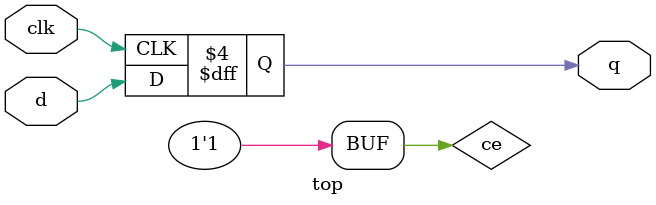
<source format=v>
module top(input clk, d, output reg q);
wire ce = 1'b1;
always @(negedge clk)
    if (ce) q <= d;
endmodule

</source>
